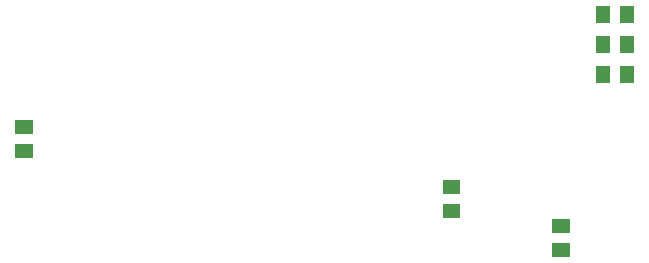
<source format=gbp>
G04 Layer: BottomPasteMaskLayer*
G04 EasyEDA v6.2.46, 2019-12-20T21:21:12+01:00*
G04 d37f97ebf7a94133afb56d0d7468e1fa,4a9c1d379d7447c5bd0ffc32acf6fcf4,10*
G04 Gerber Generator version 0.2*
G04 Scale: 100 percent, Rotated: No, Reflected: No *
G04 Dimensions in millimeters *
G04 leading zeros omitted , absolute positions ,3 integer and 3 decimal *
%FSLAX33Y33*%
%MOMM*%
G90*
G71D02*


%LPD*%
G36*
G01X67364Y18071D02*
G01X68525Y18071D01*
G01X68525Y19520D01*
G01X67364Y19520D01*
G01X67364Y18071D01*
G37*
G36*
G01X69396Y18071D02*
G01X70557Y18071D01*
G01X70557Y19520D01*
G01X69396Y19520D01*
G01X69396Y18071D01*
G37*
G36*
G01X67364Y23151D02*
G01X68525Y23151D01*
G01X68525Y24600D01*
G01X67364Y24600D01*
G01X67364Y23151D01*
G37*
G36*
G01X69396Y23151D02*
G01X70557Y23151D01*
G01X70557Y24600D01*
G01X69396Y24600D01*
G01X69396Y23151D01*
G37*
G36*
G01X65113Y3356D02*
G01X65113Y4517D01*
G01X63664Y4517D01*
G01X63664Y3356D01*
G01X65113Y3356D01*
G37*
G36*
G01X65113Y5388D02*
G01X65113Y6549D01*
G01X63664Y6549D01*
G01X63664Y5388D01*
G01X65113Y5388D01*
G37*
G36*
G01X67364Y20611D02*
G01X68525Y20611D01*
G01X68525Y22060D01*
G01X67364Y22060D01*
G01X67364Y20611D01*
G37*
G36*
G01X69396Y20611D02*
G01X70557Y20611D01*
G01X70557Y22060D01*
G01X69396Y22060D01*
G01X69396Y20611D01*
G37*
G36*
G01X19647Y11738D02*
G01X19647Y12899D01*
G01X18198Y12899D01*
G01X18198Y11738D01*
G01X19647Y11738D01*
G37*
G36*
G01X19647Y13770D02*
G01X19647Y14931D01*
G01X18198Y14931D01*
G01X18198Y13770D01*
G01X19647Y13770D01*
G37*
G36*
G01X54393Y9851D02*
G01X54393Y8690D01*
G01X55842Y8690D01*
G01X55842Y9851D01*
G01X54393Y9851D01*
G37*
G36*
G01X54393Y7819D02*
G01X54393Y6658D01*
G01X55842Y6658D01*
G01X55842Y7819D01*
G01X54393Y7819D01*
G37*
M00*
M02*

</source>
